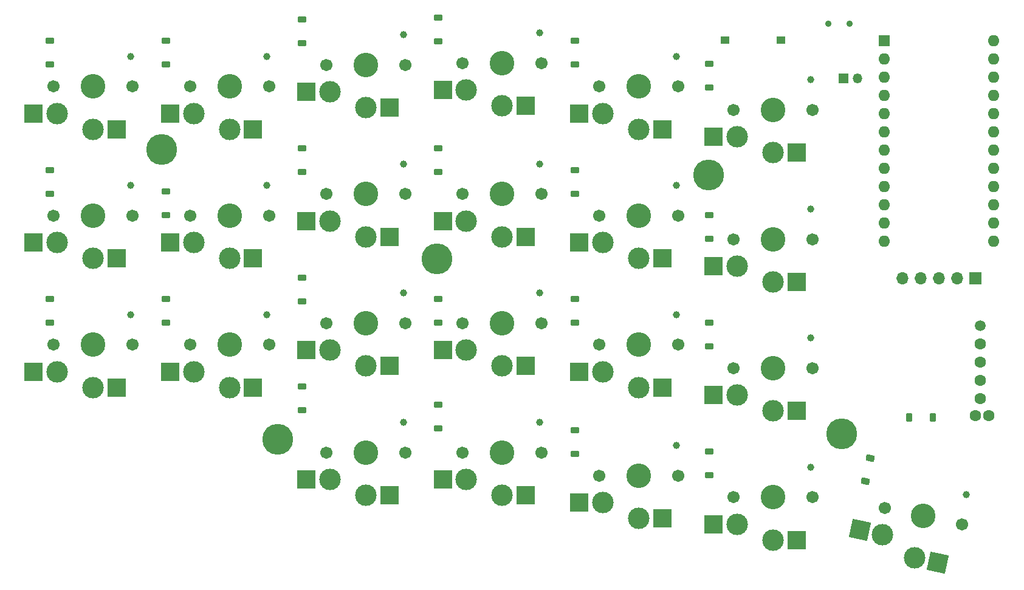
<source format=gbs>
%TF.GenerationSoftware,KiCad,Pcbnew,7.0.5-0*%
%TF.CreationDate,2023-08-03T20:32:26+09:30*%
%TF.ProjectId,Rolio,436f726e-6552-46f6-9c69-6f2e6b696361,rev?*%
%TF.SameCoordinates,Original*%
%TF.FileFunction,Soldermask,Bot*%
%TF.FilePolarity,Negative*%
%FSLAX46Y46*%
G04 Gerber Fmt 4.6, Leading zero omitted, Abs format (unit mm)*
G04 Created by KiCad (PCBNEW 7.0.5-0) date 2023-08-03 20:32:26*
%MOMM*%
%LPD*%
G01*
G04 APERTURE LIST*
G04 Aperture macros list*
%AMRoundRect*
0 Rectangle with rounded corners*
0 $1 Rounding radius*
0 $2 $3 $4 $5 $6 $7 $8 $9 X,Y pos of 4 corners*
0 Add a 4 corners polygon primitive as box body*
4,1,4,$2,$3,$4,$5,$6,$7,$8,$9,$2,$3,0*
0 Add four circle primitives for the rounded corners*
1,1,$1+$1,$2,$3*
1,1,$1+$1,$4,$5*
1,1,$1+$1,$6,$7*
1,1,$1+$1,$8,$9*
0 Add four rect primitives between the rounded corners*
20,1,$1+$1,$2,$3,$4,$5,0*
20,1,$1+$1,$4,$5,$6,$7,0*
20,1,$1+$1,$6,$7,$8,$9,0*
20,1,$1+$1,$8,$9,$2,$3,0*%
%AMRotRect*
0 Rectangle, with rotation*
0 The origin of the aperture is its center*
0 $1 length*
0 $2 width*
0 $3 Rotation angle, in degrees counterclockwise*
0 Add horizontal line*
21,1,$1,$2,0,0,$3*%
G04 Aperture macros list end*
%ADD10C,1.701800*%
%ADD11C,3.000000*%
%ADD12C,3.429000*%
%ADD13C,0.990600*%
%ADD14R,2.600000X2.600000*%
%ADD15C,4.300000*%
%ADD16R,1.700000X1.700000*%
%ADD17O,1.700000X1.700000*%
%ADD18C,1.500000*%
%ADD19C,1.600000*%
%ADD20C,0.900000*%
%ADD21R,1.600000X1.600000*%
%ADD22O,1.600000X1.600000*%
%ADD23RotRect,2.600000X2.600000X348.000000*%
%ADD24R,1.350000X1.350000*%
%ADD25O,1.350000X1.350000*%
%ADD26RoundRect,0.225000X-0.375000X0.225000X-0.375000X-0.225000X0.375000X-0.225000X0.375000X0.225000X0*%
%ADD27RoundRect,0.225000X-0.320025X0.298050X-0.413585X-0.142116X0.320025X-0.298050X0.413585X0.142116X0*%
%ADD28R,1.250000X1.000000*%
%ADD29RoundRect,0.225000X-0.225000X-0.375000X0.225000X-0.375000X0.225000X0.375000X-0.225000X0.375000X0*%
G04 APERTURE END LIST*
D10*
%TO.C,SW_B0*%
X76238000Y-45720000D03*
D11*
X76738000Y-49470000D03*
D12*
X81738000Y-45720000D03*
D11*
X81738000Y-51670000D03*
D13*
X86958000Y-41520000D03*
D10*
X87238000Y-45720000D03*
D14*
X85013000Y-51670000D03*
X73463000Y-49470000D03*
%TD*%
D10*
%TO.C,SW_B3*%
X114238000Y-96720000D03*
D11*
X114738000Y-100470000D03*
D12*
X119738000Y-96720000D03*
D11*
X119738000Y-102670000D03*
D13*
X124958000Y-92520000D03*
D10*
X125238000Y-96720000D03*
D14*
X123013000Y-102670000D03*
X111463000Y-100470000D03*
%TD*%
D15*
%TO.C,H3*%
X148456000Y-58032000D03*
%TD*%
D10*
%TO.C,SW_B4*%
X95238000Y-96720000D03*
D11*
X95738000Y-100470000D03*
D12*
X100738000Y-96720000D03*
D11*
X100738000Y-102670000D03*
D13*
X105958000Y-92520000D03*
D10*
X106238000Y-96720000D03*
D14*
X104013000Y-102670000D03*
X92463000Y-100470000D03*
%TD*%
D10*
%TO.C,SW_C1*%
X95238000Y-60720000D03*
D11*
X95738000Y-64470000D03*
D12*
X100738000Y-60720000D03*
D11*
X100738000Y-66670000D03*
D13*
X105958000Y-56520000D03*
D10*
X106238000Y-60720000D03*
D14*
X104013000Y-66670000D03*
X92463000Y-64470000D03*
%TD*%
D10*
%TO.C,SW_B1*%
X76238000Y-63720000D03*
D11*
X76738000Y-67470000D03*
D12*
X81738000Y-63720000D03*
D11*
X81738000Y-69670000D03*
D13*
X86958000Y-59520000D03*
D10*
X87238000Y-63720000D03*
D14*
X85013000Y-69670000D03*
X73463000Y-67470000D03*
%TD*%
D16*
%TO.C,Nice!View1*%
X185672400Y-72470000D03*
D17*
X183132400Y-72470000D03*
X180592400Y-72470000D03*
X178052400Y-72470000D03*
X175512400Y-72470000D03*
%TD*%
D15*
%TO.C,H4*%
X166998000Y-94100000D03*
%TD*%
D10*
%TO.C,SW_F0*%
X151970900Y-48970000D03*
D11*
X152470900Y-52720000D03*
D12*
X157470900Y-48970000D03*
D11*
X157470900Y-54920000D03*
D13*
X162690900Y-44770000D03*
D10*
X162970900Y-48970000D03*
D14*
X160745900Y-54920000D03*
X149195900Y-52720000D03*
%TD*%
D18*
%TO.C,RE_1*%
X186322400Y-79070000D03*
D19*
X186322400Y-89180000D03*
X186322400Y-86640000D03*
X186322400Y-84100000D03*
X186322400Y-81560000D03*
X187547400Y-91570000D03*
X185697400Y-91570000D03*
%TD*%
D15*
%TO.C,H1*%
X72256000Y-54476000D03*
%TD*%
D10*
%TO.C,SW_A2*%
X57238000Y-81720000D03*
D11*
X57738000Y-85470000D03*
D12*
X62738000Y-81720000D03*
D11*
X62738000Y-87670000D03*
D13*
X67958000Y-77520000D03*
D10*
X68238000Y-81720000D03*
D14*
X66013000Y-87670000D03*
X54463000Y-85470000D03*
%TD*%
D20*
%TO.C,SW4*%
X168150000Y-37002000D03*
X165150000Y-37002000D03*
%TD*%
D10*
%TO.C,SW_D1*%
X114238000Y-60720000D03*
D11*
X114738000Y-64470000D03*
D12*
X119738000Y-60720000D03*
D11*
X119738000Y-66670000D03*
D13*
X124958000Y-56520000D03*
D10*
X125238000Y-60720000D03*
D14*
X123013000Y-66670000D03*
X111463000Y-64470000D03*
%TD*%
D10*
%TO.C,SW_E2*%
X133238000Y-81720000D03*
D11*
X133738000Y-85470000D03*
D12*
X138738000Y-81720000D03*
D11*
X138738000Y-87670000D03*
D13*
X143958000Y-77520000D03*
D10*
X144238000Y-81720000D03*
D14*
X142013000Y-87670000D03*
X130463000Y-85470000D03*
%TD*%
D10*
%TO.C,SW_D2*%
X114238000Y-78720000D03*
D11*
X114738000Y-82470000D03*
D12*
X119738000Y-78720000D03*
D11*
X119738000Y-84670000D03*
D13*
X124958000Y-74520000D03*
D10*
X125238000Y-78720000D03*
D14*
X123013000Y-84670000D03*
X111463000Y-82470000D03*
%TD*%
D10*
%TO.C,SW_E0*%
X133238000Y-45720000D03*
D11*
X133738000Y-49470000D03*
D12*
X138738000Y-45720000D03*
D11*
X138738000Y-51670000D03*
D13*
X143958000Y-41520000D03*
D10*
X144238000Y-45720000D03*
D14*
X142013000Y-51670000D03*
X130463000Y-49470000D03*
%TD*%
D21*
%TO.C,NICE_NANO1*%
X172972400Y-39360000D03*
D22*
X172972400Y-41900000D03*
X172972400Y-44440000D03*
X172972400Y-46980000D03*
X172972400Y-49520000D03*
X172972400Y-52060000D03*
X172972400Y-54600000D03*
X172972400Y-57140000D03*
X172972400Y-59680000D03*
X172972400Y-62220000D03*
X172972400Y-64760000D03*
X172972400Y-67300000D03*
X188212400Y-67300000D03*
X188212400Y-64760000D03*
X188212400Y-62220000D03*
X188212400Y-59680000D03*
X188212400Y-57140000D03*
X188212400Y-54600000D03*
X188212400Y-52060000D03*
X188212400Y-49520000D03*
X188212400Y-46980000D03*
X188212400Y-44440000D03*
X188212400Y-41900000D03*
X188212400Y-39360000D03*
%TD*%
D15*
%TO.C,H5*%
X110610000Y-69716000D03*
%TD*%
D10*
%TO.C,SW_A1*%
X57238000Y-63720000D03*
D11*
X57738000Y-67470000D03*
D12*
X62738000Y-63720000D03*
D11*
X62738000Y-69670000D03*
D13*
X67958000Y-59520000D03*
D10*
X68238000Y-63720000D03*
D14*
X66013000Y-69670000D03*
X54463000Y-67470000D03*
%TD*%
D10*
%TO.C,SW_A0*%
X57238000Y-45720000D03*
D11*
X57738000Y-49470000D03*
D12*
X62738000Y-45720000D03*
D11*
X62738000Y-51670000D03*
D13*
X67958000Y-41520000D03*
D10*
X68238000Y-45720000D03*
D14*
X66013000Y-51670000D03*
X54463000Y-49470000D03*
%TD*%
D10*
%TO.C,SW_F2*%
X151970900Y-84970000D03*
D11*
X152470900Y-88720000D03*
D12*
X157470900Y-84970000D03*
D11*
X157470900Y-90920000D03*
D13*
X162690900Y-80770000D03*
D10*
X162970900Y-84970000D03*
D14*
X160745900Y-90920000D03*
X149195900Y-88720000D03*
%TD*%
D10*
%TO.C,SW_D0*%
X114238000Y-42470000D03*
D11*
X114738000Y-46220000D03*
D12*
X119738000Y-42470000D03*
D11*
X119738000Y-48420000D03*
D13*
X124958000Y-38270000D03*
D10*
X125238000Y-42470000D03*
D14*
X123013000Y-48420000D03*
X111463000Y-46220000D03*
%TD*%
D10*
%TO.C,SW_E3*%
X173029752Y-104445251D03*
D11*
X172739157Y-108217260D03*
D12*
X178409564Y-105588765D03*
D11*
X177172489Y-111408743D03*
D13*
X184388724Y-102565844D03*
D10*
X183789376Y-106732279D03*
D23*
X180375923Y-112089654D03*
X169535724Y-107536349D03*
%TD*%
D10*
%TO.C,SW_F1*%
X151970900Y-67015000D03*
D11*
X152470900Y-70765000D03*
D12*
X157470900Y-67015000D03*
D11*
X157470900Y-72965000D03*
D13*
X162690900Y-62815000D03*
D10*
X162970900Y-67015000D03*
D14*
X160745900Y-72965000D03*
X149195900Y-70765000D03*
%TD*%
D10*
%TO.C,SW_C2*%
X95238000Y-78720000D03*
D11*
X95738000Y-82470000D03*
D12*
X100738000Y-78720000D03*
D11*
X100738000Y-84670000D03*
D13*
X105958000Y-74520000D03*
D10*
X106238000Y-78720000D03*
D14*
X104013000Y-84670000D03*
X92463000Y-82470000D03*
%TD*%
D24*
%TO.C,BATT1*%
X167268000Y-44570000D03*
D25*
X169268000Y-44570000D03*
%TD*%
D10*
%TO.C,SW_E1*%
X133238000Y-63720000D03*
D11*
X133738000Y-67470000D03*
D12*
X138738000Y-63720000D03*
D11*
X138738000Y-69670000D03*
D13*
X143958000Y-59520000D03*
D10*
X144238000Y-63720000D03*
D14*
X142013000Y-69670000D03*
X130463000Y-67470000D03*
%TD*%
D10*
%TO.C,SW_C0*%
X95238000Y-42720000D03*
D11*
X95738000Y-46470000D03*
D12*
X100738000Y-42720000D03*
D11*
X100738000Y-48670000D03*
D13*
X105958000Y-38520000D03*
D10*
X106238000Y-42720000D03*
D14*
X104013000Y-48670000D03*
X92463000Y-46470000D03*
%TD*%
D15*
%TO.C,H2*%
X88426400Y-94910000D03*
%TD*%
D10*
%TO.C,SW_C3*%
X133238000Y-99970000D03*
D11*
X133738000Y-103720000D03*
D12*
X138738000Y-99970000D03*
D11*
X138738000Y-105920000D03*
D13*
X143958000Y-95770000D03*
D10*
X144238000Y-99970000D03*
D14*
X142013000Y-105920000D03*
X130463000Y-103720000D03*
%TD*%
D10*
%TO.C,SW_B2*%
X76238000Y-81720000D03*
D11*
X76738000Y-85470000D03*
D12*
X81738000Y-81720000D03*
D11*
X81738000Y-87670000D03*
D13*
X86958000Y-77520000D03*
D10*
X87238000Y-81720000D03*
D14*
X85013000Y-87670000D03*
X73463000Y-85470000D03*
%TD*%
D10*
%TO.C,SW_D3*%
X151970900Y-102970000D03*
D11*
X152470900Y-106720000D03*
D12*
X157470900Y-102970000D03*
D11*
X157470900Y-108920000D03*
D13*
X162690900Y-98770000D03*
D10*
X162970900Y-102970000D03*
D14*
X160745900Y-108920000D03*
X149195900Y-106720000D03*
%TD*%
D26*
%TO.C,D17*%
X72838000Y-75352500D03*
X72838000Y-78652500D03*
%TD*%
%TO.C,D10*%
X91838000Y-54352500D03*
X91838000Y-57652500D03*
%TD*%
%TO.C,D13*%
X148570900Y-78602500D03*
X148570900Y-81902500D03*
%TD*%
%TO.C,D1*%
X148570900Y-42602500D03*
X148570900Y-45902500D03*
%TD*%
%TO.C,D12*%
X56676400Y-57352500D03*
X56676400Y-60652500D03*
%TD*%
%TO.C,D14*%
X129838000Y-75352500D03*
X129838000Y-78652500D03*
%TD*%
%TO.C,D15*%
X110838000Y-75352500D03*
X110838000Y-78652500D03*
%TD*%
%TO.C,D3*%
X110838000Y-36102500D03*
X110838000Y-39402500D03*
%TD*%
%TO.C,D22*%
X129838000Y-93602500D03*
X129838000Y-96902500D03*
%TD*%
%TO.C,D23*%
X110838000Y-90032500D03*
X110838000Y-93332500D03*
%TD*%
%TO.C,D11*%
X72838000Y-60352500D03*
X72838000Y-63652500D03*
%TD*%
%TO.C,D7*%
X148570900Y-63647500D03*
X148570900Y-66947500D03*
%TD*%
D27*
%TO.C,D20*%
X171027927Y-97509996D03*
X170341819Y-100737884D03*
%TD*%
D26*
%TO.C,D29*%
X91838000Y-87544000D03*
X91838000Y-90844000D03*
%TD*%
%TO.C,D4*%
X91838000Y-36352500D03*
X91838000Y-39652500D03*
%TD*%
D28*
%TO.C,RESET1*%
X158530400Y-39284000D03*
X150780400Y-39284000D03*
%TD*%
D26*
%TO.C,D2*%
X129838000Y-39352500D03*
X129838000Y-42652500D03*
%TD*%
%TO.C,D8*%
X129838000Y-57352500D03*
X129838000Y-60652500D03*
%TD*%
%TO.C,D18*%
X56676400Y-75352500D03*
X56676400Y-78652500D03*
%TD*%
%TO.C,D5*%
X72838000Y-39352500D03*
X72838000Y-42652500D03*
%TD*%
%TO.C,D6*%
X56676400Y-39352500D03*
X56676400Y-42652500D03*
%TD*%
%TO.C,D9*%
X110838000Y-54352500D03*
X110838000Y-57652500D03*
%TD*%
D29*
%TO.C,D19*%
X176438400Y-91862000D03*
X179738400Y-91862000D03*
%TD*%
D26*
%TO.C,D21*%
X148570900Y-96602500D03*
X148570900Y-99902500D03*
%TD*%
%TO.C,D16*%
X91838000Y-72352500D03*
X91838000Y-75652500D03*
%TD*%
M02*

</source>
